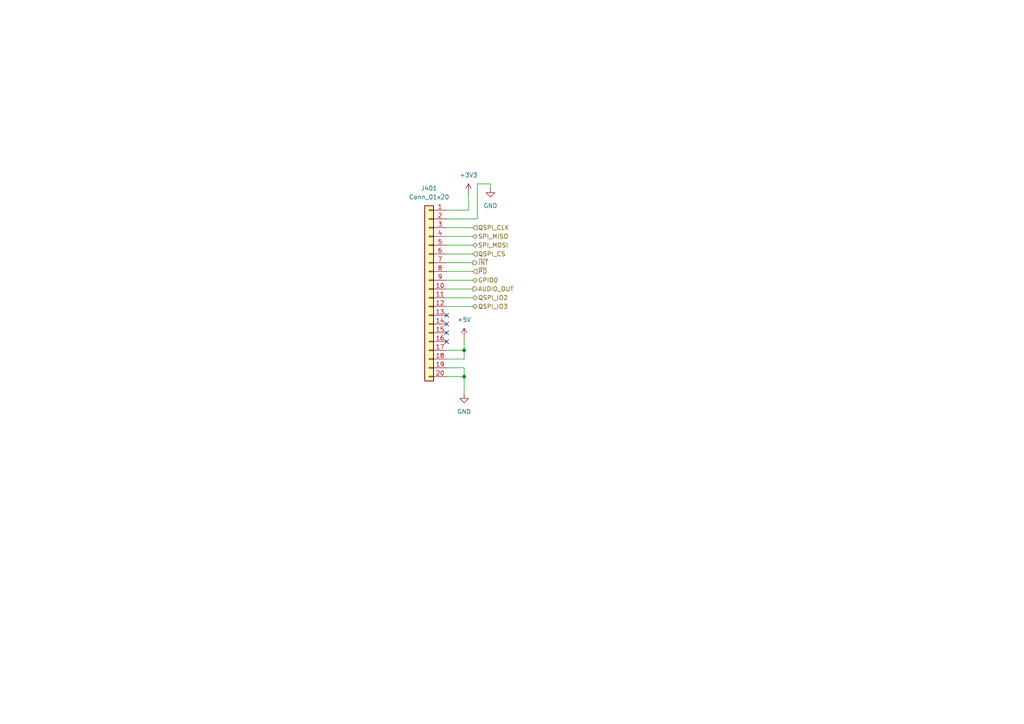
<source format=kicad_sch>
(kicad_sch (version 20231120) (generator "eeschema") (generator_version "8.0")
  (paper "A4")
  (lib_symbols
    (symbol "Connector_Generic:Conn_01x20" (pin_names (offset 1.016) hide)
      (property "Reference" "J" (at 0 25.4 0))
      (property "Value" "Conn_01x20" (at 0 -27.94 0))
      (symbol "Conn_01x20_1_1"
        (rectangle (start -1.27 -25.273) (end 0 -25.527) (stroke (width 0.1524)))
        (rectangle (start -1.27 -22.733) (end 0 -22.987) (stroke (width 0.1524)))
        (rectangle (start -1.27 -20.193) (end 0 -20.447) (stroke (width 0.1524)))
        (rectangle (start -1.27 -17.653) (end 0 -17.907) (stroke (width 0.1524)))
        (rectangle (start -1.27 -15.113) (end 0 -15.367) (stroke (width 0.1524)))
        (rectangle (start -1.27 -12.573) (end 0 -12.827) (stroke (width 0.1524)))
        (rectangle (start -1.27 -10.033) (end 0 -10.287) (stroke (width 0.1524)))
        (rectangle (start -1.27 -7.493) (end 0 -7.747) (stroke (width 0.1524)))
        (rectangle (start -1.27 -4.953) (end 0 -5.207) (stroke (width 0.1524)))
        (rectangle (start -1.27 -2.413) (end 0 -2.667) (stroke (width 0.1524)))
        (rectangle (start -1.27 0.127) (end 0 -0.127) (stroke (width 0.1524)))
        (rectangle (start -1.27 2.667) (end 0 2.413) (stroke (width 0.1524)))
        (rectangle (start -1.27 5.207) (end 0 4.953) (stroke (width 0.1524)))
        (rectangle (start -1.27 7.747) (end 0 7.493) (stroke (width 0.1524)))
        (rectangle (start -1.27 10.287) (end 0 10.033) (stroke (width 0.1524)))
        (rectangle (start -1.27 12.827) (end 0 12.573) (stroke (width 0.1524)))
        (rectangle (start -1.27 15.367) (end 0 15.113) (stroke (width 0.1524)))
        (rectangle (start -1.27 17.907) (end 0 17.653) (stroke (width 0.1524)))
        (rectangle (start -1.27 20.447) (end 0 20.193) (stroke (width 0.1524)))
        (rectangle (start -1.27 22.987) (end 0 22.733) (stroke (width 0.1524)))
        (rectangle (start -1.27 24.13) (end 1.27 -26.67) (stroke (width 0.254)) (fill (type background)))
        (pin passive line (at -5.08 22.86 0) (length 3.81) (name "Pin_1") (number "1"))
        (pin passive line (at -5.08 0 0) (length 3.81) (name "Pin_10") (number "10"))
        (pin passive line (at -5.08 -2.54 0) (length 3.81) (name "Pin_11") (number "11"))
        (pin passive line (at -5.08 -5.08 0) (length 3.81) (name "Pin_12") (number "12"))
        (pin passive line (at -5.08 -7.62 0) (length 3.81) (name "Pin_13") (number "13"))
        (pin passive line (at -5.08 -10.16 0) (length 3.81) (name "Pin_14") (number "14"))
        (pin passive line (at -5.08 -12.7 0) (length 3.81) (name "Pin_15") (number "15"))
        (pin passive line (at -5.08 -15.24 0) (length 3.81) (name "Pin_16") (number "16"))
        (pin passive line (at -5.08 -17.78 0) (length 3.81) (name "Pin_17") (number "17"))
        (pin passive line (at -5.08 -20.32 0) (length 3.81) (name "Pin_18") (number "18"))
        (pin passive line (at -5.08 -22.86 0) (length 3.81) (name "Pin_19") (number "19"))
        (pin passive line (at -5.08 20.32 0) (length 3.81) (name "Pin_2") (number "2"))
        (pin passive line (at -5.08 -25.4 0) (length 3.81) (name "Pin_20") (number "20"))
        (pin passive line (at -5.08 17.78 0) (length 3.81) (name "Pin_3") (number "3"))
        (pin passive line (at -5.08 15.24 0) (length 3.81) (name "Pin_4") (number "4"))
        (pin passive line (at -5.08 12.7 0) (length 3.81) (name "Pin_5") (number "5"))
        (pin passive line (at -5.08 10.16 0) (length 3.81) (name "Pin_6") (number "6"))
        (pin passive line (at -5.08 7.62 0) (length 3.81) (name "Pin_7") (number "7"))
        (pin passive line (at -5.08 5.08 0) (length 3.81) (name "Pin_8") (number "8"))
        (pin passive line (at -5.08 2.54 0) (length 3.81) (name "Pin_9") (number "9"))
      )
    )
    (symbol "power:+3V3" (power) (pin_numbers hide) (pin_names (offset 0) hide)
      (property "Value" "+3V3" (at 0 3.556 0))
      (symbol "+3V3_0_1"
        (polyline (pts (xy -0.762 1.27) (xy 0 2.54)))
        (polyline (pts (xy 0 0) (xy 0 2.54)))
        (polyline (pts (xy 0 2.54) (xy 0.762 1.27)))
      )
      (symbol "+3V3_1_1"
        (pin power_in line (at 0 0 90) (length 0) (name "~") (number "1"))
      )
    )
    (symbol "power:+5V" (power) (pin_numbers hide) (pin_names (offset 0) hide)
      (property "Value" "+5V" (at 0 3.556 0))
      (symbol "+5V_0_1"
        (polyline (pts (xy -0.762 1.27) (xy 0 2.54)))
        (polyline (pts (xy 0 0) (xy 0 2.54)))
        (polyline (pts (xy 0 2.54) (xy 0.762 1.27)))
      )
      (symbol "+5V_1_1"
        (pin power_in line (at 0 0 90) (length 0) (name "~") (number "1"))
      )
    )
    (symbol "power:GND" (power) (pin_numbers hide) (pin_names (offset 0) hide)
      (property "Value" "GND" (at 0 -3.81 0))
      (symbol "GND_0_1"
        (polyline (pts (xy 0 0) (xy 0 -1.27) (xy 1.27 -1.27) (xy 0 -2.54) (xy -1.27 -1.27) (xy 0 -1.27)))
      )
      (symbol "GND_1_1"
        (pin power_in line (at 0 0 270) (length 0) (name "~") (number "1"))
      )
    )
  )
  (junction (at 134.62 101.6))
  (junction (at 134.62 109.22))
  (no_connect (at 129.54 99.06))
  (no_connect (at 129.54 91.44))
  (no_connect (at 129.54 93.98))
  (no_connect (at 129.54 96.52))
  (wire (pts (xy 134.62 109.22) (xy 134.62 106.68)))
  (wire (pts (xy 134.62 106.68) (xy 129.54 106.68)))
  (wire (pts (xy 129.54 104.14) (xy 134.62 104.14)))
  (wire (pts (xy 129.54 60.96) (xy 135.89 60.96)))
  (wire (pts (xy 138.43 53.34) (xy 138.43 63.5)))
  (wire (pts (xy 135.89 60.96) (xy 135.89 55.88)))
  (wire (pts (xy 137.16 81.28) (xy 129.54 81.28)))
  (wire (pts (xy 137.16 73.66) (xy 129.54 73.66)))
  (wire (pts (xy 134.62 101.6) (xy 134.62 104.14)))
  (wire (pts (xy 138.43 63.5) (xy 129.54 63.5)))
  (wire (pts (xy 138.43 53.34) (xy 142.24 53.34)))
  (wire (pts (xy 137.16 78.74) (xy 129.54 78.74)))
  (wire (pts (xy 129.54 71.12) (xy 137.16 71.12)))
  (wire (pts (xy 134.62 114.3) (xy 134.62 109.22)))
  (wire (pts (xy 137.16 76.2) (xy 129.54 76.2)))
  (wire (pts (xy 129.54 68.58) (xy 137.16 68.58)))
  (wire (pts (xy 137.16 88.9) (xy 129.54 88.9)))
  (wire (pts (xy 137.16 86.36) (xy 129.54 86.36)))
  (wire (pts (xy 137.16 83.82) (xy 129.54 83.82)))
  (wire (pts (xy 142.24 53.34) (xy 142.24 54.61)))
  (wire (pts (xy 129.54 109.22) (xy 134.62 109.22)))
  (wire (pts (xy 129.54 101.6) (xy 134.62 101.6)))
  (wire (pts (xy 134.62 97.79) (xy 134.62 101.6)))
  (wire (pts (xy 137.16 66.04) (xy 129.54 66.04)))
  (hierarchical_label "QSPI_CLK" (shape input) (at 137.16 66.04 0))
  (hierarchical_label "QSPI_IO3" (shape bidirectional) (at 137.16 88.9 0))
  (hierarchical_label "~{PD}" (shape input) (at 137.16 78.74 0))
  (hierarchical_label "GPIO0" (shape bidirectional) (at 137.16 81.28 0))
  (hierarchical_label "QSPI_CS" (shape input) (at 137.16 73.66 0))
  (hierarchical_label "~{INT}" (shape output) (at 137.16 76.2 0))
  (hierarchical_label "SPI_MISO" (shape bidirectional) (at 137.16 68.58 0))
  (hierarchical_label "AUDIO_OUT" (shape output) (at 137.16 83.82 0))
  (hierarchical_label "QSPI_IO2" (shape bidirectional) (at 137.16 86.36 0))
  (hierarchical_label "SPI_MOSI" (shape bidirectional) (at 137.16 71.12 0))
  (symbol (lib_id "power:+3V3") (at 135.89 55.88 0) (unit 1)
    (property "Reference" "#PWR0402" (effects (hide yes)))
    (property "Value" "+3V3" (at 135.89 50.8 0))
    (property "Description" "Power symbol creates a global label with name \"+3V3\"" (effects (hide yes)))
  )
  (symbol (lib_id "power:+5V") (at 134.62 97.79 0) (unit 1)
    (property "Reference" "#PWR0403" (effects (hide yes)))
    (property "Value" "+5V" (at 134.62 92.71 0))
    (property "Description" "Power symbol creates a global label with name \"+5V\"" (effects (hide yes)))
  )
  (symbol (lib_id "power:GND") (at 134.62 114.3 0) (unit 1)
    (property "Reference" "#PWR0404" (effects (hide yes)))
    (property "Value" "GND" (at 134.62 119.38 0))
    (property "Description" "Power symbol creates a global label with name \"GND\" , ground" (effects (hide yes)))
  )
  (symbol (lib_id "Connector_Generic:Conn_01x20") (at 124.46 83.82 0) (mirror y) (unit 1) (exclude_from_sim yes)
    (property "Reference" "J401" (at 124.46 54.61 0))
    (property "Value" "Conn_01x20" (at 124.46 57.15 0))
    (property "Footprint" "mylib_connector:FPC_BOTTOM_20POS_Würth_68712014522" (effects (hide yes)))
    (property "Description" "Generic connector, single row, 01x20, script generated (kicad-library-utils/schlib/autogen/connector/)" (effects (hide yes)))
    (property "Digikey" "1471-1711-ND" (effects (hide yes)))
  )
  (symbol (lib_id "power:GND") (at 142.24 54.61 0) (unit 1)
    (property "Reference" "#PWR0401" (effects (hide yes)))
    (property "Value" "GND" (at 142.24 59.69 0))
    (property "Description" "Power symbol creates a global label with name \"GND\" , ground" (effects (hide yes)))
  )
)
</source>
